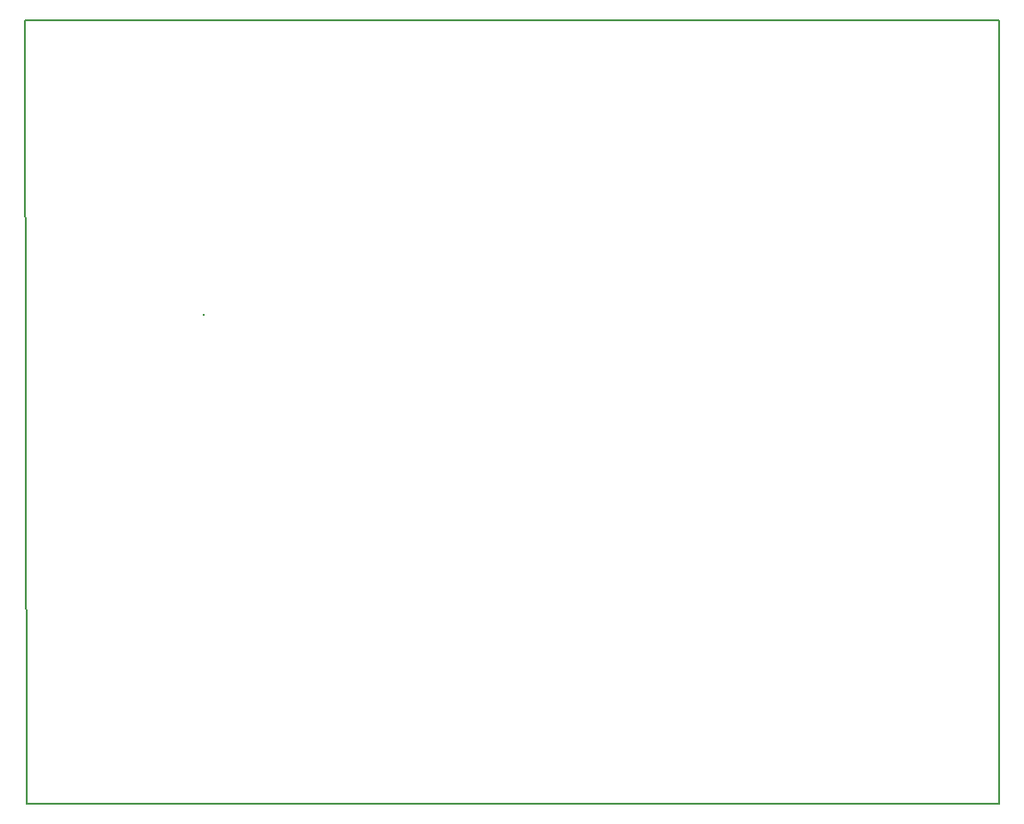
<source format=gbr>
%TF.GenerationSoftware,KiCad,Pcbnew,(6.0.4)*%
%TF.CreationDate,2023-10-22T17:32:49+02:00*%
%TF.ProjectId,GB-Dumper,47422d44-756d-4706-9572-2e6b69636164,0.7*%
%TF.SameCoordinates,Original*%
%TF.FileFunction,Component,L2,Bot*%
%TF.FilePolarity,Positive*%
%FSLAX46Y46*%
G04 Gerber Fmt 4.6, Leading zero omitted, Abs format (unit mm)*
G04 Created by KiCad (PCBNEW (6.0.4)) date 2023-10-22 17:32:49*
%MOMM*%
%LPD*%
G01*
G04 APERTURE LIST*
%TA.AperFunction,ComponentMain*%
%ADD10C,0.300000*%
%TD*%
%TA.AperFunction,Profile*%
%ADD11C,0.150000*%
%TD*%
G04 APERTURE END LIST*
D10*
%TO.C,"G2\u002A\u002A"*%
%TO.CFtp,"thebrutzler_approved_small02"*%
%TO.CVal,"LOGO"*%
%TO.CLbN,"theBrutzler"*%
%TO.CMnt,TH*%
%TO.CRot,-90*%
X200737406Y-110595778D03*
%TD*%
D11*
X273834000Y-83564000D02*
X273834000Y-155540000D01*
X184378000Y-83564000D02*
X273834000Y-83564000D01*
X184478000Y-155564000D02*
X184378000Y-83564000D01*
X273834000Y-155540000D02*
X184478000Y-155564000D01*
M02*

</source>
